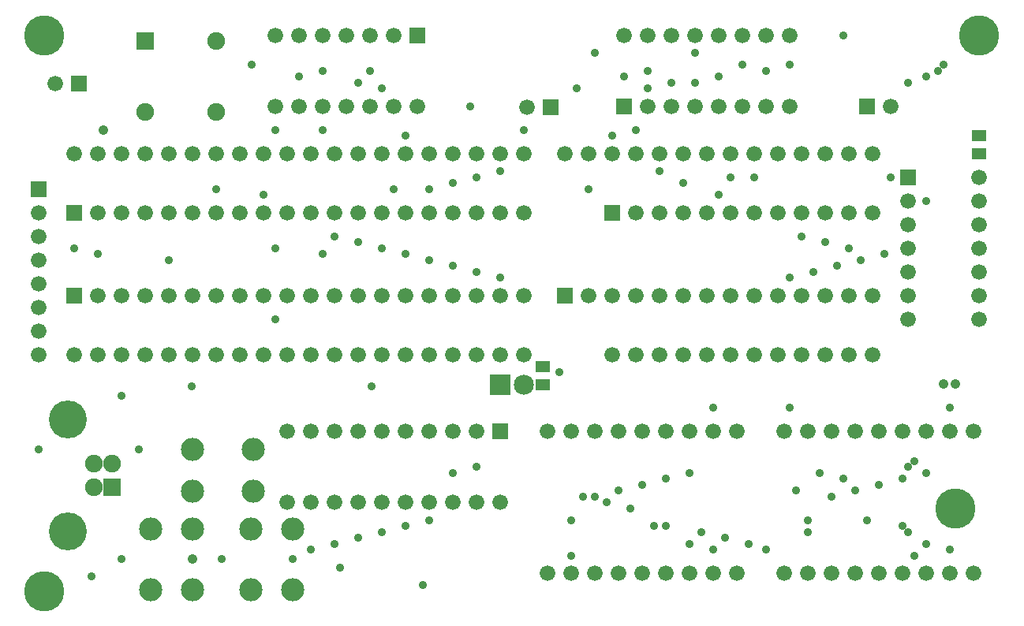
<source format=gbs>
G04*
G04 Format:               Gerber RS-274X*
G04 Layer:                BottomSolderMask*
G04 This File Name:       Mini (Ver 4l 2024) - Gerber.gbs*
G04 Source File Name:     Mini (Ver 4l 2024).pcb*
G04 Unique ID:            5eaf9519-9103-422e-be0f-e1a041fa282d*
G04 Generated Date:       Saturday, 19 October 2024 20:49:58*
G04*
G04 Created Using:        Robot Room Copper Connection v2.7.5443*
G04 Software Contact:     http://www.robotroom.com/CopperConnection/Support.aspx*
G04 License Number:       1685*
G04 Student Edition:      true*
G04*
G04 Zero Suppression:     Leading*
G04 Number Precision:     2.4*
G04*
G04 Polarity:             Negative. Dark is solderable. Clear space is coating.*
G04*
%FSLAX24Y24*%
%MOIN*%
%LNBottomSolderMask*%
%ADD10C,.036*%
%ADD11C,.041*%
%ADD12C,.066*%
%ADD13C,.075*%
%ADD14C,.085*%
%ADD15C,.098*%
%ADD16C,.16*%
%ADD17C,.17*%
%ADD18R,.006X.006*%
%ADD19R,.066X.066*%
%ADD20R,.075X.075*%
%ADD21R,.085X.085*%
%ADD22R,.06X.05*%
D10*
G01X10750Y20500D03*
X27000Y18750D03*
X38250Y22750D03*
X34750Y5750D03*
X22070Y10480D03*
X10250Y17750D03*
X29500Y22750D03*
X6250Y15000D03*
X12750Y20500D03*
X16250Y15250D03*
X32500Y8750D03*
X33750Y6000D03*
X7220Y9660D03*
X3250Y15250D03*
X14750Y23000D03*
X12250Y2750D03*
X12750Y23000D03*
X32500Y23250D03*
X32750Y5250D03*
X8500Y2360D03*
X11500D03*
X23250Y2500D03*
X13500Y2000D03*
X31500Y2750D03*
X26000Y20500D03*
X12750Y15250D03*
X21250Y20500D03*
X30000Y18500D03*
X2250Y15500D03*
X10750D03*
X28250Y6000D03*
X39250Y8750D03*
X29250D03*
X27250Y5750D03*
X37250D03*
X26250Y5500D03*
X36250D03*
X25250Y5250D03*
X35250D03*
X24250Y5000D03*
X34250D03*
X23250Y4000D03*
X33250D03*
X27250Y3750D03*
X39250Y2750D03*
X38250Y3000D03*
X37250Y3750D03*
X37750Y2500D03*
X30750Y3000D03*
X13250D03*
X37750Y6500D03*
X29500Y17750D03*
X14250Y3250D03*
X22740Y10250D03*
X35750Y4000D03*
X8250Y18000D03*
X17250Y4000D03*
X29750Y3250D03*
X15250Y3500D03*
X28250Y3000D03*
X29250Y2750D03*
X39000Y23250D03*
X38250Y17500D03*
Y6000D03*
X28500Y22500D03*
X31500Y23000D03*
X37500Y6250D03*
Y22500D03*
Y3500D03*
X27500Y22500D03*
X28750Y3500D03*
X14250Y22500D03*
X26500Y22250D03*
X15250D03*
X4250Y2360D03*
X16250Y3750D03*
X23500Y22250D03*
X26750Y3750D03*
X33250Y3500D03*
X34740Y24500D03*
X18250Y6000D03*
X25750Y4500D03*
X19250Y6250D03*
X25500Y22750D03*
X24750Y4750D03*
X23750Y5000D03*
X750Y7000D03*
X5000D03*
X31000Y18500D03*
X26500Y23000D03*
X36750Y18500D03*
X15250Y15500D03*
X35000D03*
X11750Y22750D03*
X10750Y12500D03*
X14250Y15750D03*
X16250Y20250D03*
X17250Y18000D03*
X25000Y20250D03*
X24000Y18000D03*
X18250Y18250D03*
X34000Y15750D03*
X28000Y18250D03*
X19250Y18500D03*
X20250Y18750D03*
X15750Y18000D03*
X13250Y16000D03*
X33000D03*
X38750Y23000D03*
X9750Y23250D03*
X30500D03*
X14810Y9660D03*
X3000Y1620D03*
X18990Y21500D03*
X36500Y15250D03*
X17250Y15000D03*
X35500D03*
X18250Y14750D03*
X34500D03*
X19250Y14500D03*
X33500D03*
X20250Y14250D03*
X28500Y23750D03*
X24250D03*
X4250Y9250D03*
X17000Y1250D03*
X32500Y14250D03*
D11*
X3500Y20500D03*
X39500Y9750D03*
X7250Y2360D03*
X39000Y9750D03*
D12*
X24000Y13500D03*
X25000D03*
X26000D03*
X27000D03*
X28000D03*
X29000D03*
X30000D03*
X31000D03*
X32000D03*
X33000D03*
X34000D03*
X35000D03*
X36000D03*
Y19500D03*
X35000D03*
X34000D03*
X33000D03*
X32000D03*
X31000D03*
X30000D03*
X29000D03*
X28000D03*
X27000D03*
X26000D03*
X25000D03*
X24000D03*
X23000D03*
X26000Y17000D03*
X27000D03*
X28000D03*
X29000D03*
X30000D03*
X31000D03*
X32000D03*
X33000D03*
X34000D03*
X35000D03*
X36000D03*
Y11000D03*
X35000D03*
X34000D03*
X33000D03*
X32000D03*
X31000D03*
X30000D03*
X29000D03*
X28000D03*
X27000D03*
X26000D03*
X25000D03*
X3250Y13500D03*
X4250D03*
X5250D03*
X6250D03*
X7250D03*
X8250D03*
X9250D03*
X10250D03*
X11250D03*
X12250D03*
X13250D03*
X14250D03*
X15250D03*
X16250D03*
X17250D03*
X18250D03*
X19250D03*
X20250D03*
X21250D03*
Y19500D03*
X20250D03*
X19250D03*
X18250D03*
X17250D03*
X16250D03*
X15250D03*
X14250D03*
X13250D03*
X12250D03*
X11250D03*
X10250D03*
X9250D03*
X8250D03*
X7250D03*
X6250D03*
X5250D03*
X4250D03*
X3250D03*
X2250D03*
X3250Y17000D03*
X4250D03*
X5250D03*
X6250D03*
X7250D03*
X8250D03*
X9250D03*
X10250D03*
X11250D03*
X12250D03*
X13250D03*
X14250D03*
X15250D03*
X16250D03*
X17250D03*
X18250D03*
X19250D03*
X20250D03*
X21250D03*
Y11000D03*
X20250D03*
X19250D03*
X18250D03*
X17250D03*
X16250D03*
X15250D03*
X14250D03*
X13250D03*
X12250D03*
X11250D03*
X10250D03*
X9250D03*
X8250D03*
X7250D03*
X6250D03*
X5250D03*
X4250D03*
X3250D03*
X2250D03*
X15750Y24500D03*
X14750D03*
X13750D03*
X12750D03*
X11750D03*
X10750D03*
Y21500D03*
X11750D03*
X12750D03*
X13750D03*
X14750D03*
X15750D03*
X16750D03*
X24250Y1750D03*
X22250D03*
X23250D03*
X25250D03*
X26250D03*
X27250D03*
X28250D03*
X29250D03*
X30250D03*
Y7750D03*
X29250D03*
X28250D03*
X27250D03*
X26250D03*
X25250D03*
X24250D03*
X23250D03*
X22250D03*
X1460Y22460D03*
X750Y17000D03*
Y16000D03*
Y15000D03*
Y14000D03*
Y13000D03*
Y12000D03*
Y11000D03*
X34250Y1750D03*
X32250D03*
X33250D03*
X35250D03*
X36250D03*
X37250D03*
X38250D03*
X39250D03*
X40250D03*
Y7750D03*
X39250D03*
X38250D03*
X37250D03*
X36250D03*
X35250D03*
X34250D03*
X33250D03*
X32250D03*
X19250D03*
X18250D03*
X17250D03*
X16250D03*
X15250D03*
X14250D03*
X13250D03*
X12250D03*
X11250D03*
Y4750D03*
X12250D03*
X13250D03*
X14250D03*
X15250D03*
X16250D03*
X17250D03*
X18250D03*
X19250D03*
X20250D03*
X37500Y17500D03*
Y16500D03*
Y15500D03*
Y14500D03*
Y13500D03*
Y12500D03*
X40500D03*
Y13500D03*
Y14500D03*
Y15500D03*
Y16500D03*
Y17500D03*
Y18500D03*
X26500Y21500D03*
X27500D03*
X28500D03*
X29500D03*
X30500D03*
X31500D03*
X32500D03*
Y24500D03*
X31500D03*
X30500D03*
X29500D03*
X28500D03*
X27500D03*
X26500D03*
X25500D03*
X36750Y21500D03*
X21390Y21450D03*
D13*
X5250Y21250D03*
X8250D03*
Y24250D03*
X3070Y6370D03*
Y5390D03*
X3850Y6370D03*
D14*
X21250Y9720D03*
D15*
X7250Y3610D03*
Y1050D03*
X5480Y3610D03*
Y1050D03*
X11500Y3610D03*
Y1050D03*
X9730Y3610D03*
Y1050D03*
X7250Y7000D03*
X9810D03*
X7250Y5230D03*
X9810D03*
D16*
X2000Y8250D03*
Y3510D03*
D17*
X1000Y24500D03*
Y1000D03*
X39500Y4500D03*
X40500Y24500D03*
D19*
X23000Y13500D03*
X25000Y17000D03*
X2250Y13500D03*
Y17000D03*
X16750Y24500D03*
X2460Y22460D03*
X750Y18000D03*
X20250Y7750D03*
X37500Y18500D03*
X25500Y21500D03*
X35750D03*
X22390Y21450D03*
D20*
X5250Y24250D03*
X3850Y5390D03*
D21*
X20250Y9720D03*
D22*
X40500Y20250D03*
Y19490D03*
X22060Y9720D03*
Y10480D03*
M02*

</source>
